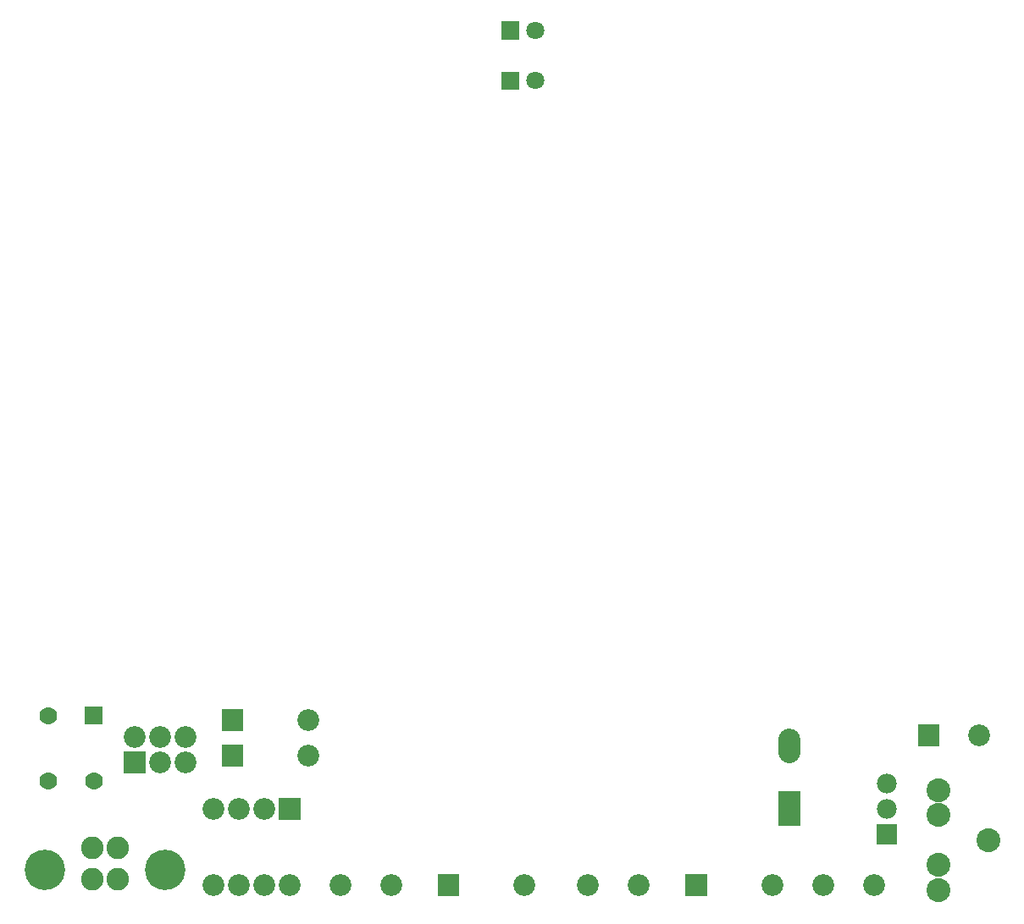
<source format=gbs>
G04 start of page 2 for group 11 layer_idx 9 *
G04 Title: (unknown), bottom_mask *
G04 Creator: pcb-rnd 3.1.4-dev *
G04 CreationDate: 2024-02-11 05:41:19 UTC *
G04 For: STEM4ukraine *
G04 Format: Gerber/RS-274X *
G04 PCB-Dimensions: 393701 393701 *
G04 PCB-Coordinate-Origin: lower left *
%MOIN*%
%FSLAX25Y25*%
%LNBOTTOM_MASK_NONE_11*%
%ADD76C,0.1595*%
%ADD75C,0.0710*%
%ADD74C,0.0780*%
%ADD73C,0.0942*%
%ADD72C,0.0696*%
%ADD71C,0.0001*%
%ADD70C,0.0887*%
%ADD69C,0.0860*%
G54D69*X85000Y43701D03*
X75000D03*
G54D70*X27378Y28559D03*
X37220D03*
G54D71*G36*
X109300Y48001D02*Y39401D01*
X100700D01*
Y48001D01*
X109300D01*
G37*
G54D69*X95000Y43701D03*
G54D71*G36*
X78200Y69001D02*X86800D01*
Y60401D01*
X78200D01*
Y69001D01*
G37*
G54D69*X112500Y64701D03*
G54D71*G36*
X31336Y83974D02*Y77018D01*
X24380D01*
Y83974D01*
X31336D01*
G37*
G54D69*X44000Y72201D03*
X54000D03*
X64000D03*
G54D71*G36*
X78200Y83001D02*X86800D01*
Y74401D01*
X78200D01*
Y83001D01*
G37*
G54D69*X112500Y78701D03*
G54D72*X10142Y80496D03*
Y54906D03*
X27858D03*
G54D71*G36*
X39700Y57901D02*Y66501D01*
X48300D01*
Y57901D01*
X39700D01*
G37*
G54D69*X54000Y62201D03*
X64000D03*
G54D73*X360236Y51181D03*
Y41338D03*
G54D74*X340000Y43701D03*
G54D73*X360236Y11811D03*
Y21653D03*
G54D71*G36*
X188300Y334259D02*X195400D01*
Y327159D01*
X188300D01*
Y334259D01*
G37*
G36*
Y353944D02*X195400D01*
Y346844D01*
X188300D01*
Y353944D01*
G37*
G54D75*X201850Y350394D03*
G54D69*X315000Y13701D03*
G54D75*X201850Y330709D03*
G54D69*X301575Y66079D02*Y71236D01*
G54D71*G36*
X297275Y36936D02*Y50736D01*
X305875D01*
Y36936D01*
X297275D01*
G37*
G54D69*X335000Y13701D03*
G54D71*G36*
X343900Y37601D02*Y29801D01*
X336100D01*
Y37601D01*
X343900D01*
G37*
G54D74*X340000Y53701D03*
G54D73*X379921Y31496D03*
G54D71*G36*
X352200Y68401D02*Y77001D01*
X360800D01*
Y68401D01*
X352200D01*
G37*
G54D69*X376500Y72701D03*
X95000Y13701D03*
X85000D03*
X75000D03*
X105000D03*
X125000D03*
X145000D03*
G54D71*G36*
X163200Y18001D02*X171800D01*
Y9401D01*
X163200D01*
Y18001D01*
G37*
G54D69*X197500Y13701D03*
G54D71*G36*
X260700Y18001D02*X269300D01*
Y9401D01*
X260700D01*
Y18001D01*
G37*
G54D69*X222500Y13701D03*
X242500D03*
X295000D03*
G54D76*X56000Y19701D03*
X8598D03*
G54D70*X27378Y15961D03*
X37220D03*
M02*

</source>
